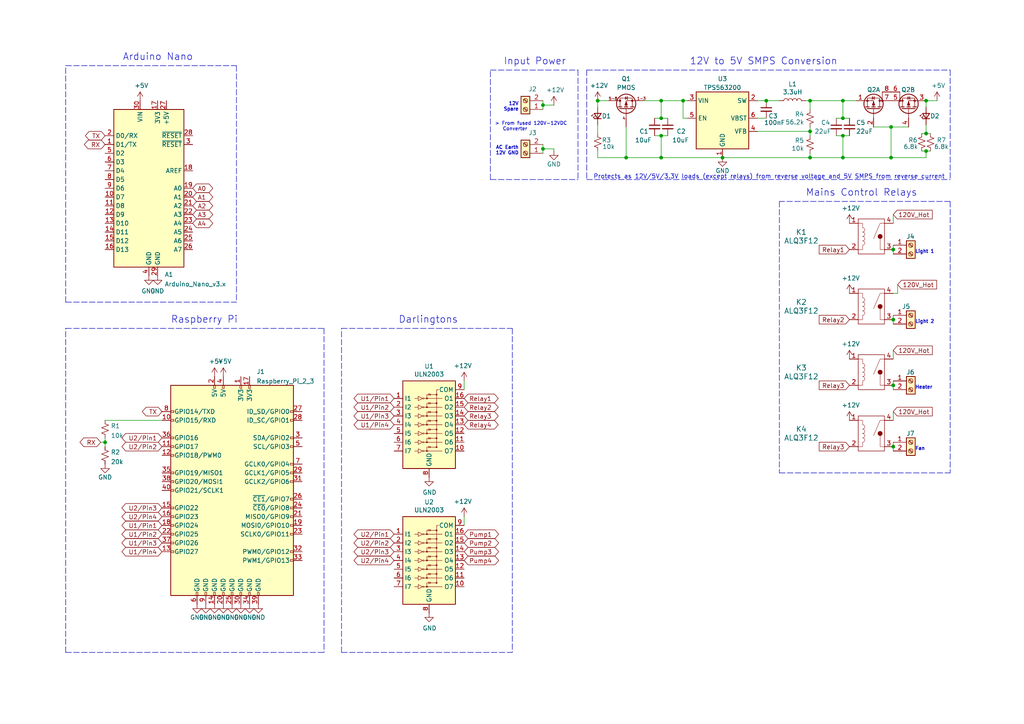
<source format=kicad_sch>
(kicad_sch (version 20211123) (generator eeschema)
  (paper "A4")
  (lib_symbols
    (symbol "Connector:Raspberry_Pi_2_3" (pin_names (offset 1.016))
      (property "Reference" "J" (at -17.78 31.75 0))
      (property "Value" "Raspberry_Pi_2_3" (at 10.16 -31.75 0))
      (symbol "Raspberry_Pi_2_3_1_1"
        (pin power_in line (at 2.54 33.02 270) (length 2.54) (name "3V3") (number "1"))
        (pin bidirectional line (at -20.32 20.32 0) (length 2.54) (name "GPIO15/RXD") (number "10"))
        (pin bidirectional line (at -20.32 12.7 0) (length 2.54) (name "GPIO17") (number "11"))
        (pin bidirectional line (at -20.32 10.16 0) (length 2.54) (name "GPIO18/PWM0") (number "12"))
        (pin bidirectional line (at -20.32 -17.78 0) (length 2.54) (name "GPIO27") (number "13"))
        (pin power_in line (at -5.08 -33.02 90) (length 2.54) (name "GND") (number "14"))
        (pin bidirectional line (at -20.32 -5.08 0) (length 2.54) (name "GPIO22") (number "15"))
        (pin bidirectional line (at -20.32 -7.62 0) (length 2.54) (name "GPIO23") (number "16"))
        (pin power_in line (at 5.08 33.02 270) (length 2.54) (name "3V3") (number "17"))
        (pin bidirectional line (at -20.32 -10.16 0) (length 2.54) (name "GPIO24") (number "18"))
        (pin bidirectional line (at 20.32 -10.16 180) (length 2.54) (name "MOSI0/GPIO10") (number "19"))
        (pin power_in line (at -5.08 33.02 270) (length 2.54) (name "5V") (number "2"))
        (pin power_in line (at -2.54 -33.02 90) (length 2.54) (name "GND") (number "20"))
        (pin bidirectional line (at 20.32 -7.62 180) (length 2.54) (name "MISO0/GPIO9") (number "21"))
        (pin bidirectional line (at -20.32 -12.7 0) (length 2.54) (name "GPIO25") (number "22"))
        (pin bidirectional line (at 20.32 -12.7 180) (length 2.54) (name "SCLK0/GPIO11") (number "23"))
        (pin bidirectional line (at 20.32 -5.08 180) (length 2.54) (name "~{CE0}/GPIO8") (number "24"))
        (pin power_in line (at 0 -33.02 90) (length 2.54) (name "GND") (number "25"))
        (pin bidirectional line (at 20.32 -2.54 180) (length 2.54) (name "~{CE1}/GPIO7") (number "26"))
        (pin bidirectional line (at 20.32 22.86 180) (length 2.54) (name "ID_SD/GPIO0") (number "27"))
        (pin bidirectional line (at 20.32 20.32 180) (length 2.54) (name "ID_SC/GPIO1") (number "28"))
        (pin bidirectional line (at 20.32 5.08 180) (length 2.54) (name "GCLK1/GPIO5") (number "29"))
        (pin bidirectional line (at 20.32 15.24 180) (length 2.54) (name "SDA/GPIO2") (number "3"))
        (pin power_in line (at 2.54 -33.02 90) (length 2.54) (name "GND") (number "30"))
        (pin bidirectional line (at 20.32 2.54 180) (length 2.54) (name "GCLK2/GPIO6") (number "31"))
        (pin bidirectional line (at 20.32 -17.78 180) (length 2.54) (name "PWM0/GPIO12") (number "32"))
        (pin bidirectional line (at 20.32 -20.32 180) (length 2.54) (name "PWM1/GPIO13") (number "33"))
        (pin power_in line (at 5.08 -33.02 90) (length 2.54) (name "GND") (number "34"))
        (pin bidirectional line (at -20.32 5.08 0) (length 2.54) (name "GPIO19/MISO1") (number "35"))
        (pin bidirectional line (at -20.32 15.24 0) (length 2.54) (name "GPIO16") (number "36"))
        (pin bidirectional line (at -20.32 -15.24 0) (length 2.54) (name "GPIO26") (number "37"))
        (pin bidirectional line (at -20.32 2.54 0) (length 2.54) (name "GPIO20/MOSI1") (number "38"))
        (pin power_in line (at 7.62 -33.02 90) (length 2.54) (name "GND") (number "39"))
        (pin power_in line (at -2.54 33.02 270) (length 2.54) (name "5V") (number "4"))
        (pin bidirectional line (at -20.32 0 0) (length 2.54) (name "GPIO21/SCLK1") (number "40"))
        (pin bidirectional line (at 20.32 12.7 180) (length 2.54) (name "SCL/GPIO3") (number "5"))
        (pin power_in line (at -10.16 -33.02 90) (length 2.54) (name "GND") (number "6"))
        (pin bidirectional line (at 20.32 7.62 180) (length 2.54) (name "GCLK0/GPIO4") (number "7"))
        (pin bidirectional line (at -20.32 22.86 0) (length 2.54) (name "GPIO14/TXD") (number "8"))
        (pin power_in line (at -7.62 -33.02 90) (length 2.54) (name "GND") (number "9"))
      )
    )
    (symbol "Connector:Screw_Terminal_01x02" (pin_names (offset 1.016) hide)
      (property "Reference" "J" (at 0 2.54 0))
      (property "Value" "Connector_Screw_Terminal_01x02" (at 0 -5.08 0))
      (symbol "Screw_Terminal_01x02_1_1"
        (pin passive line (at -5.08 0 0) (length 3.81) (name "Pin_1") (number "1"))
        (pin passive line (at -5.08 -2.54 0) (length 3.81) (name "Pin_2") (number "2"))
      )
    )
    (symbol "Device:LED_Small" (pin_numbers hide) (pin_names (offset 0.254) hide)
      (property "Reference" "D" (at -1.27 3.175 0))
      (property "Value" "Device_LED_Small" (at -4.445 -2.54 0))
      (symbol "LED_Small_1_1"
        (pin passive line (at -2.54 0 0) (length 1.778) (name "K") (number "1"))
        (pin passive line (at 2.54 0 180) (length 1.778) (name "A") (number "2"))
      )
    )
    (symbol "Device:Q_Dual_PMOS_S1G1S2G2D2D2D1D1" (pin_names (offset 0) hide)
      (property "Reference" "Q" (at 6.35 1.27 0))
      (property "Value" "Device_Q_Dual_PMOS_S1G1S2G2D2D2D1D1" (at 21.59 -1.27 0))
      (symbol "Q_Dual_PMOS_S1G1S2G2D2D2D1D1_1_1"
        (pin passive line (at 2.54 -5.08 90) (length 2.54) (name "S") (number "1"))
        (pin input line (at -5.08 0 0) (length 2.54) (name "G") (number "2"))
        (pin passive line (at 2.54 5.08 270) (length 2.54) (name "D") (number "7"))
        (pin passive line (at 5.08 5.08 270) (length 2.54) (name "G") (number "8"))
      )
      (symbol "Q_Dual_PMOS_S1G1S2G2D2D2D1D1_2_1"
        (pin passive line (at 2.54 -5.08 90) (length 2.54) (name "S") (number "3"))
        (pin input line (at -5.08 0 0) (length 2.54) (name "G") (number "4"))
        (pin passive line (at 2.54 5.08 270) (length 2.54) (name "D") (number "5"))
        (pin passive line (at 5.08 5.08 270) (length 2.54) (name "G") (number "6"))
      )
    )
    (symbol "Device:R_Small_US" (pin_numbers hide) (pin_names (offset 0.254) hide)
      (property "Reference" "R" (at 0.762 0.508 0))
      (property "Value" "Device_R_Small_US" (at 0.762 -1.016 0))
      (symbol "R_Small_US_1_1"
        (pin passive line (at 0 2.54 270) (length 1.016) (name "~") (number "1"))
        (pin passive line (at 0 -2.54 90) (length 1.016) (name "~") (number "2"))
      )
    )
    (symbol "MCU_Module:Arduino_Nano_v3.x"
      (property "Reference" "A" (at -10.16 23.495 0))
      (property "Value" "Arduino_Nano_v3.x" (at 5.08 -24.13 0))
      (symbol "Arduino_Nano_v3.x_1_1"
        (pin bidirectional line (at -12.7 12.7 0) (length 2.54) (name "D1/TX") (number "1"))
        (pin bidirectional line (at -12.7 -2.54 0) (length 2.54) (name "D7") (number "10"))
        (pin bidirectional line (at -12.7 -5.08 0) (length 2.54) (name "D8") (number "11"))
        (pin bidirectional line (at -12.7 -7.62 0) (length 2.54) (name "D9") (number "12"))
        (pin bidirectional line (at -12.7 -10.16 0) (length 2.54) (name "D10") (number "13"))
        (pin bidirectional line (at -12.7 -12.7 0) (length 2.54) (name "D11") (number "14"))
        (pin bidirectional line (at -12.7 -15.24 0) (length 2.54) (name "D12") (number "15"))
        (pin bidirectional line (at -12.7 -17.78 0) (length 2.54) (name "D13") (number "16"))
        (pin power_out line (at 2.54 25.4 270) (length 2.54) (name "3V3") (number "17"))
        (pin input line (at 12.7 5.08 180) (length 2.54) (name "AREF") (number "18"))
        (pin bidirectional line (at 12.7 0 180) (length 2.54) (name "A0") (number "19"))
        (pin bidirectional line (at -12.7 15.24 0) (length 2.54) (name "D0/RX") (number "2"))
        (pin bidirectional line (at 12.7 -2.54 180) (length 2.54) (name "A1") (number "20"))
        (pin bidirectional line (at 12.7 -5.08 180) (length 2.54) (name "A2") (number "21"))
        (pin bidirectional line (at 12.7 -7.62 180) (length 2.54) (name "A3") (number "22"))
        (pin bidirectional line (at 12.7 -10.16 180) (length 2.54) (name "A4") (number "23"))
        (pin bidirectional line (at 12.7 -12.7 180) (length 2.54) (name "A5") (number "24"))
        (pin bidirectional line (at 12.7 -15.24 180) (length 2.54) (name "A6") (number "25"))
        (pin bidirectional line (at 12.7 -17.78 180) (length 2.54) (name "A7") (number "26"))
        (pin power_out line (at 5.08 25.4 270) (length 2.54) (name "+5V") (number "27"))
        (pin input line (at 12.7 15.24 180) (length 2.54) (name "~{RESET}") (number "28"))
        (pin power_in line (at 2.54 -25.4 90) (length 2.54) (name "GND") (number "29"))
        (pin input line (at 12.7 12.7 180) (length 2.54) (name "~{RESET}") (number "3"))
        (pin power_in line (at -2.54 25.4 270) (length 2.54) (name "VIN") (number "30"))
        (pin power_in line (at 0 -25.4 90) (length 2.54) (name "GND") (number "4"))
        (pin bidirectional line (at -12.7 10.16 0) (length 2.54) (name "D2") (number "5"))
        (pin bidirectional line (at -12.7 7.62 0) (length 2.54) (name "D3") (number "6"))
        (pin bidirectional line (at -12.7 5.08 0) (length 2.54) (name "D4") (number "7"))
        (pin bidirectional line (at -12.7 2.54 0) (length 2.54) (name "D5") (number "8"))
        (pin bidirectional line (at -12.7 0 0) (length 2.54) (name "D6") (number "9"))
      )
    )
    (symbol "OzoneController-rescue:ALQ3F12-ALQ3F12-OzoneController-rescue" (pin_names (offset 0.254) hide)
      (property "Reference" "K" (at 0 12.065 0))
      (property "Value" "ALQ3F12-ALQ3F12-OzoneController-rescue" (at 0 9.525 0))
      (symbol "ALQ3F12-ALQ3F12-OzoneController-rescue_1_1"
        (pin power_in line (at -6.35 3.81 0) (length 2.54) (name "Coil") (number "1"))
        (pin power_in line (at -6.35 -3.81 0) (length 2.54) (name "Coil") (number "2"))
        (pin power_out line (at 6.35 -3.81 180) (length 2.54) (name "NO") (number "3"))
        (pin power_in line (at 6.35 3.81 180) (length 2.54) (name "COM") (number "4"))
      )
    )
    (symbol "OzoneController-rescue:C_Small-Device-OzoneController-rescue" (pin_numbers hide) (pin_names (offset 0.254) hide)
      (property "Reference" "C" (at 0.254 1.778 0))
      (property "Value" "OzoneController-rescue_C_Small-Device-OzoneController-rescue" (at 0.254 -2.032 0))
      (symbol "C_Small-Device-OzoneController-rescue_1_1"
        (pin passive line (at 0 2.54 270) (length 2.032) (name "~") (number "1"))
        (pin passive line (at 0 -2.54 90) (length 2.032) (name "~") (number "2"))
      )
    )
    (symbol "OzoneController-rescue:GND-power-OzoneController-rescue" (power) (pin_names (offset 0))
      (property "Value" "OzoneController-rescue_GND-power-OzoneController-rescue" (at 0 -3.81 0))
      (symbol "GND-power-OzoneController-rescue_1_1"
        (pin power_in line (at 0 0 270) (length 0) hide (name "GND") (number "1"))
      )
    )
    (symbol "OzoneController-rescue:L-Device-OzoneController-rescue" (pin_numbers hide) (pin_names (offset 1.016) hide)
      (property "Reference" "L" (at -1.27 0 90))
      (property "Value" "OzoneController-rescue_L-Device-OzoneController-rescue" (at 1.905 0 90))
      (symbol "L-Device-OzoneController-rescue_1_1"
        (pin passive line (at 0 3.81 270) (length 1.27) (name "1") (number "1"))
        (pin passive line (at 0 -3.81 90) (length 1.27) (name "2") (number "2"))
      )
    )
    (symbol "OzoneController-rescue:ULN2003-Transistor_Array-OzoneController-rescue"
      (property "Reference" "U" (at 0 15.875 0))
      (property "Value" "ULN2003-Transistor_Array-OzoneController-rescue" (at 0 13.97 0))
      (symbol "ULN2003-Transistor_Array-OzoneController-rescue_1_1"
        (pin input line (at -10.16 7.62 0) (length 2.54) (name "I1") (number "1"))
        (pin open_collector line (at 10.16 -7.62 180) (length 2.54) (name "O7") (number "10"))
        (pin open_collector line (at 10.16 -5.08 180) (length 2.54) (name "O6") (number "11"))
        (pin open_collector line (at 10.16 -2.54 180) (length 2.54) (name "O5") (number "12"))
        (pin open_collector line (at 10.16 0 180) (length 2.54) (name "O4") (number "13"))
        (pin open_collector line (at 10.16 2.54 180) (length 2.54) (name "O3") (number "14"))
        (pin open_collector line (at 10.16 5.08 180) (length 2.54) (name "O2") (number "15"))
        (pin open_collector line (at 10.16 7.62 180) (length 2.54) (name "O1") (number "16"))
        (pin input line (at -10.16 5.08 0) (length 2.54) (name "I2") (number "2"))
        (pin input line (at -10.16 2.54 0) (length 2.54) (name "I3") (number "3"))
        (pin input line (at -10.16 0 0) (length 2.54) (name "I4") (number "4"))
        (pin input line (at -10.16 -2.54 0) (length 2.54) (name "I5") (number "5"))
        (pin input line (at -10.16 -5.08 0) (length 2.54) (name "I6") (number "6"))
        (pin input line (at -10.16 -7.62 0) (length 2.54) (name "I7") (number "7"))
        (pin power_in line (at 0 -15.24 90) (length 2.54) (name "GND") (number "8"))
        (pin passive line (at 10.16 10.16 180) (length 2.54) (name "COM") (number "9"))
      )
    )
    (symbol "Project_Library:PMOS_AO4407A" (pin_names (offset 0) hide)
      (property "Reference" "Q" (at -1.27 2.54 90))
      (property "Value" "Project_Library_PMOS_AO4407A" (at 1.27 2.54 90))
      (symbol "PMOS_AO4407A_0_0"
        (text "1-3" (at 4.445 0.635 0) (effects (font (size 0.7874 0.7874))))
        (text "4" (at -0.635 -5.08 0) (effects (font (size 0.7874 0.7874))))
        (text "5-8" (at -3.81 0.635 0) (effects (font (size 0.7874 0.7874))))
      )
      (symbol "PMOS_AO4407A_1_1"
        (pin passive line (at 5.08 0 180) (length 2.54) hide (name "D") (number "1"))
        (pin passive line (at 5.08 0 180) (length 2.54) hide (name "G") (number "2"))
        (pin passive line (at 5.08 0 180) (length 2.54) (name "eS") (number "3"))
        (pin input line (at 0 -7.62 90) (length 2.54) (name "~") (number "4"))
        (pin passive line (at -5.08 0 0) (length 2.54) (name "~") (number "5"))
        (pin passive line (at -5.08 0 0) (length 2.54) hide (name "~") (number "6"))
        (pin passive line (at -5.08 0 0) (length 2.54) hide (name "~") (number "7"))
        (pin passive line (at -5.08 0 0) (length 2.54) hide (name "~") (number "8"))
      )
    )
    (symbol "R_Small_US_1" (pin_numbers hide) (pin_names (offset 0.254) hide)
      (property "Reference" "R" (at 0.762 0.508 0))
      (property "Value" "R_Small_US_1" (at 0.762 -1.016 0))
      (symbol "R_Small_US_1_1_1"
        (pin passive line (at 0 2.54 270) (length 1.016) (name "~") (number "1"))
        (pin passive line (at 0 -2.54 90) (length 1.016) (name "~") (number "2"))
      )
    )
    (symbol "Regulator_Switching:TPS563200"
      (property "Reference" "U" (at -7.62 8.89 0))
      (property "Value" "Regulator_Switching_TPS563200" (at -2.54 8.89 0))
      (symbol "TPS563200_1_1"
        (pin power_in line (at 0 -11.43 90) (length 2.54) (name "GND") (number "1"))
        (pin output line (at 10.16 5.08 180) (length 2.54) (name "SW") (number "2"))
        (pin power_in line (at -10.16 5.08 0) (length 2.54) (name "VIN") (number "3"))
        (pin input line (at 10.16 -3.81 180) (length 2.54) (name "VFB") (number "4"))
        (pin input line (at -10.16 0 0) (length 2.54) (name "EN") (number "5"))
        (pin passive line (at 10.16 0 180) (length 2.54) (name "VBST") (number "6"))
      )
    )
    (symbol "power:+12V" (power) (pin_names (offset 0))
      (property "Value" "power_+12V" (at 0 3.556 0))
      (symbol "+12V_1_1"
        (pin power_in line (at 0 0 90) (length 0) hide (name "+12V") (number "1"))
      )
    )
    (symbol "power:+5V" (power) (pin_names (offset 0))
      (property "Value" "power_+5V" (at 0 3.556 0))
      (symbol "+5V_1_1"
        (pin power_in line (at 0 0 90) (length 0) hide (name "+5V") (number "1"))
      )
    )
  )
  (junction (at 222.25 29.21))
  (junction (at 258.445 45.72))
  (junction (at 191.77 34.29))
  (junction (at 181.61 45.72))
  (junction (at 259.08 111.76))
  (junction (at 259.08 129.54))
  (junction (at 244.475 39.37))
  (junction (at 259.08 92.71))
  (junction (at 209.55 45.72))
  (junction (at 157.48 30.48))
  (junction (at 268.605 43.815))
  (junction (at 198.12 29.21))
  (junction (at 191.77 39.37))
  (junction (at 234.95 29.21))
  (junction (at 191.77 29.21))
  (junction (at 234.95 45.72))
  (junction (at 234.95 38.1))
  (junction (at 30.48 128.27))
  (junction (at 244.475 29.21))
  (junction (at 173.355 29.21))
  (junction (at 244.475 45.72))
  (junction (at 157.48 43.18))
  (junction (at 191.77 45.72))
  (junction (at 268.605 29.21))
  (junction (at 258.445 36.83))
  (junction (at 259.08 72.39))
  (junction (at 244.475 34.29))
  (junction (at 268.605 38.735))
  (polyline (pts (xy 19.05 19.05) (xy 68.58 19.05)))
  (wire (pts (xy 173.355 43.815) (xy 173.355 45.72)))
  (wire (pts (xy 253.365 36.83) (xy 258.445 36.83)))
  (wire (pts (xy 173.355 38.735) (xy 173.355 36.195)))
  (wire (pts (xy 234.95 39.37) (xy 234.95 38.1)))
  (wire (pts (xy 268.605 38.735) (xy 269.875 38.735)))
  (polyline (pts (xy 19.05 87.63) (xy 68.58 87.63)))
  (polyline (pts (xy 19.05 95.25) (xy 93.98 95.25)))
  (polyline (pts (xy 226.06 58.42) (xy 226.06 137.16)))
  (wire (pts (xy 268.605 29.21) (xy 268.605 31.115)))
  (wire (pts (xy 244.475 45.72) (xy 258.445 45.72)))
  (wire (pts (xy 242.57 39.37) (xy 244.475 39.37)))
  (wire (pts (xy 259.08 71.12) (xy 259.08 72.39)))
  (wire (pts (xy 181.61 36.83) (xy 181.61 45.72)))
  (wire (pts (xy 234.95 38.1) (xy 234.95 36.83)))
  (polyline (pts (xy 142.24 52.07) (xy 142.24 20.32)))
  (wire (pts (xy 259.08 129.54) (xy 259.08 130.81)))
  (wire (pts (xy 219.71 34.29) (xy 222.25 34.29)))
  (wire (pts (xy 209.55 45.72) (xy 234.95 45.72)))
  (wire (pts (xy 198.12 34.29) (xy 198.12 29.21)))
  (polyline (pts (xy 68.58 19.05) (xy 68.58 87.63)))
  (wire (pts (xy 234.95 45.72) (xy 244.475 45.72)))
  (polyline (pts (xy 167.64 20.32) (xy 167.64 52.07)))
  (wire (pts (xy 258.445 45.72) (xy 268.605 45.72)))
  (wire (pts (xy 134.62 110.49) (xy 134.62 113.03)))
  (polyline (pts (xy 19.05 87.63) (xy 19.05 19.05)))
  (polyline (pts (xy 19.05 189.23) (xy 93.98 189.23)))
  (polyline (pts (xy 170.18 20.32) (xy 275.59 20.32)))
  (polyline (pts (xy 170.18 20.32) (xy 170.18 52.07)))
  (wire (pts (xy 191.77 39.37) (xy 193.675 39.37)))
  (wire (pts (xy 259.08 110.49) (xy 259.08 111.76)))
  (wire (pts (xy 199.39 34.29) (xy 198.12 34.29)))
  (wire (pts (xy 181.61 45.72) (xy 191.77 45.72)))
  (wire (pts (xy 191.77 29.21) (xy 198.12 29.21)))
  (wire (pts (xy 259.08 92.71) (xy 259.08 93.98)))
  (polyline (pts (xy 170.18 52.07) (xy 275.59 52.07)))
  (wire (pts (xy 30.48 129.54) (xy 30.48 128.27)))
  (wire (pts (xy 258.445 36.83) (xy 258.445 45.72)))
  (wire (pts (xy 268.605 36.195) (xy 268.605 38.735)))
  (wire (pts (xy 259.08 72.39) (xy 259.08 73.66)))
  (polyline (pts (xy 99.06 95.25) (xy 148.59 95.25)))
  (wire (pts (xy 30.48 121.92) (xy 46.99 121.92)))
  (wire (pts (xy 234.95 44.45) (xy 234.95 45.72)))
  (wire (pts (xy 191.77 34.29) (xy 193.675 34.29)))
  (wire (pts (xy 244.475 29.21) (xy 244.475 34.29)))
  (wire (pts (xy 189.865 39.37) (xy 191.77 39.37)))
  (polyline (pts (xy 148.59 95.25) (xy 148.59 189.23)))
  (polyline (pts (xy 93.98 95.25) (xy 93.98 189.23)))
  (wire (pts (xy 267.335 38.735) (xy 268.605 38.735)))
  (polyline (pts (xy 99.06 189.23) (xy 99.06 95.25)))
  (wire (pts (xy 268.605 43.815) (xy 269.875 43.815)))
  (wire (pts (xy 259.08 119.38) (xy 259.08 121.92)))
  (wire (pts (xy 267.335 43.815) (xy 268.605 43.815)))
  (wire (pts (xy 233.68 29.21) (xy 234.95 29.21)))
  (wire (pts (xy 191.77 34.29) (xy 191.77 29.21)))
  (wire (pts (xy 173.355 45.72) (xy 181.61 45.72)))
  (wire (pts (xy 173.355 29.21) (xy 173.355 31.115)))
  (wire (pts (xy 259.08 111.76) (xy 259.08 113.03)))
  (wire (pts (xy 191.77 39.37) (xy 191.77 45.72)))
  (wire (pts (xy 268.605 29.21) (xy 271.78 29.21)))
  (wire (pts (xy 189.865 34.29) (xy 191.77 34.29)))
  (wire (pts (xy 160.655 43.815) (xy 160.655 43.18)))
  (wire (pts (xy 222.25 29.21) (xy 226.06 29.21)))
  (wire (pts (xy 30.48 127) (xy 30.48 128.27)))
  (wire (pts (xy 244.475 39.37) (xy 244.475 45.72)))
  (wire (pts (xy 259.08 91.44) (xy 259.08 92.71)))
  (wire (pts (xy 134.62 149.86) (xy 134.62 152.4)))
  (wire (pts (xy 198.12 29.21) (xy 199.39 29.21)))
  (polyline (pts (xy 275.59 58.42) (xy 275.59 137.16)))
  (polyline (pts (xy 275.59 20.32) (xy 275.59 52.07)))
  (wire (pts (xy 219.71 38.1) (xy 234.95 38.1)))
  (wire (pts (xy 173.355 29.21) (xy 176.53 29.21)))
  (wire (pts (xy 259.08 62.23) (xy 259.08 64.77)))
  (wire (pts (xy 157.48 43.18) (xy 160.655 43.18)))
  (wire (pts (xy 157.48 31.75) (xy 157.48 30.48)))
  (wire (pts (xy 157.48 43.18) (xy 157.48 44.45)))
  (polyline (pts (xy 226.06 137.16) (xy 275.59 137.16)))
  (wire (pts (xy 244.475 34.29) (xy 246.38 34.29)))
  (wire (pts (xy 258.445 36.83) (xy 263.525 36.83)))
  (wire (pts (xy 29.21 128.27) (xy 30.48 128.27)))
  (wire (pts (xy 244.475 29.21) (xy 248.285 29.21)))
  (wire (pts (xy 259.08 101.6) (xy 259.08 104.14)))
  (wire (pts (xy 219.71 29.21) (xy 222.25 29.21)))
  (wire (pts (xy 157.48 41.91) (xy 157.48 43.18)))
  (wire (pts (xy 191.77 45.72) (xy 209.55 45.72)))
  (wire (pts (xy 234.95 29.21) (xy 234.95 31.75)))
  (wire (pts (xy 244.475 39.37) (xy 246.38 39.37)))
  (wire (pts (xy 259.08 128.27) (xy 259.08 129.54)))
  (wire (pts (xy 157.48 30.48) (xy 157.48 29.21)))
  (polyline (pts (xy 142.24 52.07) (xy 167.64 52.07)))
  (wire (pts (xy 157.48 30.48) (xy 160.655 30.48)))
  (wire (pts (xy 259.08 85.09) (xy 260.35 85.09)))
  (wire (pts (xy 186.69 29.21) (xy 191.77 29.21)))
  (polyline (pts (xy 142.24 20.32) (xy 167.64 20.32)))
  (wire (pts (xy 242.57 34.29) (xy 244.475 34.29)))
  (wire (pts (xy 260.35 82.55) (xy 260.35 85.09)))
  (wire (pts (xy 234.95 29.21) (xy 244.475 29.21)))
  (polyline (pts (xy 99.06 189.23) (xy 148.59 189.23)))
  (polyline (pts (xy 275.59 58.42) (xy 226.06 58.42)))
  (polyline (pts (xy 19.05 189.23) (xy 19.05 95.25)))
  (wire (pts (xy 268.605 43.815) (xy 268.605 45.72)))
  (text "Protects as 12V/5V/3.3V loads (except relays) from reverse voltage and 5V SMPS from reverse current" (at 172.085 52.07 0) (effects (font (size 1.27 1.27)) (justify left bottom)))
  (text "Heater" (at 265.43 113.03 0) (effects (font (size 0.9906 0.9906) (thickness 0.1981) bold) (justify left bottom)))
  (text "Darlingtons" (at 115.57 93.98 0) (effects (font (size 2.0066 2.0066)) (justify left bottom)))
  (text "Light 1" (at 265.43 73.66 0) (effects (font (size 0.9906 0.9906) (thickness 0.1981) bold) (justify left bottom)))
  (text "12V\nSpare" (at 150.495 32.385 180) (effects (font (size 0.9906 0.9906) (thickness 0.1981) bold) (justify right bottom)))
  (text "Raspberry Pi" (at 49.53 93.98 0) (effects (font (size 2.0066 2.0066)) (justify left bottom)))
  (text "AC Earth\n12V GND" (at 150.495 45.085 180) (effects (font (size 0.9906 0.9906) (thickness 0.1981) bold) (justify right bottom)))
  (text "Arduino Nano" (at 35.56 17.78 0) (effects (font (size 2.0066 2.0066)) (justify left bottom)))
  (text "> From fused 120V-12VDC \n   Converter" (at 143.51 38.1 0) (effects (font (size 0.9906 0.9906)) (justify left bottom)))
  (text "12V to 5V SMPS Conversion \n" (at 200.025 19.05 0) (effects (font (size 2.0066 2.0066)) (justify left bottom)))
  (text "Input Power" (at 146.05 19.05 0) (effects (font (size 2.0066 2.0066)) (justify left bottom)))
  (text "Fan" (at 265.43 130.81 0) (effects (font (size 0.9906 0.9906) (thickness 0.1981) bold) (justify left bottom)))
  (text "Mains Control Relays\n" (at 233.68 57.15 0) (effects (font (size 2.0066 2.0066)) (justify left bottom)))
  (text "Light 2" (at 265.43 93.98 0) (effects (font (size 0.9906 0.9906) (thickness 0.1981) bold) (justify left bottom)))
  (global_label "U1{slash}Pin1" (shape bidirectional) (at 46.99 152.4 180) (property "Intersheet References" "${INTERSHEET_REFS}" (effects hide)))
  (global_label "Pump2" (shape bidirectional) (at 134.62 157.48 0) (property "Intersheet References" "${INTERSHEET_REFS}" (effects hide)))
  (global_label "Relay1" (shape input) (at 246.38 72.39 180) (property "Intersheet References" "${INTERSHEET_REFS}" (effects hide)))
  (global_label "U1{slash}Pin4" (shape bidirectional) (at 114.3 123.19 180) (property "Intersheet References" "${INTERSHEET_REFS}" (effects hide)))
  (global_label "Relay3" (shape bidirectional) (at 134.62 120.65 0) (property "Intersheet References" "${INTERSHEET_REFS}" (effects hide)))
  (global_label "Relay2" (shape input) (at 246.38 92.71 180) (property "Intersheet References" "${INTERSHEET_REFS}" (effects hide)))
  (global_label "Relay4" (shape bidirectional) (at 134.62 123.19 0) (property "Intersheet References" "${INTERSHEET_REFS}" (effects hide)))
  (global_label "U1{slash}Pin2" (shape bidirectional) (at 46.99 154.94 180) (property "Intersheet References" "${INTERSHEET_REFS}" (effects hide)))
  (global_label "A3" (shape bidirectional) (at 55.88 62.23 0) (property "Intersheet References" "${INTERSHEET_REFS}" (effects hide)))
  (global_label "120V_Hot" (shape input) (at 259.08 119.38 0) (property "Intersheet References" "${INTERSHEET_REFS}" (effects hide)))
  (global_label "Relay3" (shape input) (at 246.38 129.54 180) (property "Intersheet References" "${INTERSHEET_REFS}" (effects hide)))
  (global_label "U2{slash}Pin2" (shape bidirectional) (at 46.99 129.54 180) (property "Intersheet References" "${INTERSHEET_REFS}" (effects hide)))
  (global_label "U2{slash}Pin4" (shape bidirectional) (at 114.3 162.56 180) (property "Intersheet References" "${INTERSHEET_REFS}" (effects hide)))
  (global_label "Pump4" (shape bidirectional) (at 134.62 162.56 0) (property "Intersheet References" "${INTERSHEET_REFS}" (effects hide)))
  (global_label "A2" (shape bidirectional) (at 55.88 59.69 0) (property "Intersheet References" "${INTERSHEET_REFS}" (effects hide)))
  (global_label "RX" (shape bidirectional) (at 29.21 128.27 180) (property "Intersheet References" "${INTERSHEET_REFS}" (effects hide)))
  (global_label "U2{slash}Pin3" (shape bidirectional) (at 46.99 147.32 180) (property "Intersheet References" "${INTERSHEET_REFS}" (effects hide)))
  (global_label "U2{slash}Pin4" (shape bidirectional) (at 46.99 149.86 180) (property "Intersheet References" "${INTERSHEET_REFS}" (effects hide)))
  (global_label "U2{slash}Pin1" (shape bidirectional) (at 114.3 154.94 180) (property "Intersheet References" "${INTERSHEET_REFS}" (effects hide)))
  (global_label "U2{slash}Pin1" (shape bidirectional) (at 46.99 127 180) (property "Intersheet References" "${INTERSHEET_REFS}" (effects hide)))
  (global_label "Pump3" (shape bidirectional) (at 134.62 160.02 0) (property "Intersheet References" "${INTERSHEET_REFS}" (effects hide)))
  (global_label "U2{slash}Pin3" (shape bidirectional) (at 114.3 160.02 180) (property "Intersheet References" "${INTERSHEET_REFS}" (effects hide)))
  (global_label "TX" (shape bidirectional) (at 30.48 39.37 180) (property "Intersheet References" "${INTERSHEET_REFS}" (effects hide)))
  (global_label "120V_Hot" (shape input) (at 260.35 82.55 0) (property "Intersheet References" "${INTERSHEET_REFS}" (effects hide)))
  (global_label "120V_Hot" (shape input) (at 259.08 62.23 0) (property "Intersheet References" "${INTERSHEET_REFS}" (effects hide)))
  (global_label "A0" (shape bidirectional) (at 55.88 54.61 0) (property "Intersheet References" "${INTERSHEET_REFS}" (effects hide)))
  (global_label "U1{slash}Pin3" (shape bidirectional) (at 114.3 120.65 180) (property "Intersheet References" "${INTERSHEET_REFS}" (effects hide)))
  (global_label "TX" (shape bidirectional) (at 46.99 119.38 180) (property "Intersheet References" "${INTERSHEET_REFS}" (effects hide)))
  (global_label "U2{slash}Pin2" (shape bidirectional) (at 114.3 157.48 180) (property "Intersheet References" "${INTERSHEET_REFS}" (effects hide)))
  (global_label "A4" (shape bidirectional) (at 55.88 64.77 0) (property "Intersheet References" "${INTERSHEET_REFS}" (effects hide)))
  (global_label "U1{slash}Pin1" (shape bidirectional) (at 114.3 115.57 180) (property "Intersheet References" "${INTERSHEET_REFS}" (effects hide)))
  (global_label "U1{slash}Pin3" (shape bidirectional) (at 46.99 157.48 180) (property "Intersheet References" "${INTERSHEET_REFS}" (effects hide)))
  (global_label "Relay1" (shape bidirectional) (at 134.62 115.57 0) (property "Intersheet References" "${INTERSHEET_REFS}" (effects hide)))
  (global_label "Pump1" (shape bidirectional) (at 134.62 154.94 0) (property "Intersheet References" "${INTERSHEET_REFS}" (effects hide)))
  (global_label "Relay2" (shape bidirectional) (at 134.62 118.11 0) (property "Intersheet References" "${INTERSHEET_REFS}" (effects hide)))
  (global_label "A1" (shape bidirectional) (at 55.88 57.15 0) (property "Intersheet References" "${INTERSHEET_REFS}" (effects hide)))
  (global_label "120V_Hot" (shape input) (at 259.08 101.6 0) (property "Intersheet References" "${INTERSHEET_REFS}" (effects hide)))
  (global_label "U1{slash}Pin2" (shape bidirectional) (at 114.3 118.11 180) (property "Intersheet References" "${INTERSHEET_REFS}" (effects hide)))
  (global_label "Relay3" (shape input) (at 246.38 111.76 180) (property "Intersheet References" "${INTERSHEET_REFS}" (effects hide)))
  (global_label "RX" (shape bidirectional) (at 30.48 41.91 180) (property "Intersheet References" "${INTERSHEET_REFS}" (effects hide)))
  (global_label "U1{slash}Pin4" (shape bidirectional) (at 46.99 160.02 180) (property "Intersheet References" "${INTERSHEET_REFS}" (effects hide)))
  (symbol (lib_id "OzoneController-rescue:GND-power-OzoneController-rescue") (at 67.31 175.26 0) (unit 1)
    (property "Reference" "#PWR0118" (effects hide))
    (property "Value" "GND" (at 67.31 179.07 0))
  )
  (symbol (lib_id "Regulator_Switching:TPS563200") (at 209.55 34.29 0) (unit 1)
    (property "Reference" "U3" (at 209.55 22.86 0))
    (property "Value" "TPS563200" (at 209.55 25.4 0))
    (property "Footprint" "Package_TO_SOT_SMD:SOT-23-6" (effects hide))
    (property "Datasheet" "http://www.ti.com/lit/ds/symlink/tps563200.pdf" (effects hide))
    (property "LCSC PN" "C116592" (effects hide))
    (property "Link" "https://lcsc.com/product-detail/DC-DC-Converters_Texas-Instruments-TPS563201DDCR_C116592.html" (effects hide))
    (property "MFG PN" "TPS563201DDCR" (effects hide))
  )
  (symbol (lib_id "Connector:Screw_Terminal_01x02") (at 264.16 91.44 0) (unit 1)
    (property "Reference" "J5" (at 261.62 88.9 0) (effects (justify left)))
    (property "Value" "Term_01x02" (effects hide))
    (property "Footprint" "1792863-2term_power:1792863" (effects hide))
    (property "LCSC PN" "-" (effects hide))
    (property "Link" "https://www.mouser.com/ProductDetail/Phoenix-Contact/1792863/?qs=%2Fha2pyFaduiDgg9ohjy9prtzynwOgSa5cEekiNyrqxg%3D" (effects hide))
    (property "MFG PN" "1792863" (effects hide))
  )
  (symbol (lib_id "power:+5V") (at 40.64 29.21 0) (unit 1)
    (property "Reference" "#PWR0108" (effects hide))
    (property "Value" "+5V" (at 41.021 24.8158 0))
  )
  (symbol (lib_id "Device:R_Small_US") (at 267.335 41.275 0) (mirror x) (unit 1)
    (property "Reference" "R6" (at 264.795 40.64 0))
    (property "Value" "6.8k" (at 264.16 42.545 0))
    (property "Footprint" "Resistor_SMD:R_0402_1005Metric" (effects hide))
  )
  (symbol (lib_name "R_Small_US_1") (lib_id "Device:R_Small_US") (at 30.48 132.08 0) (unit 1)
    (property "Reference" "R2" (at 32.131 131.1715 0) (effects (justify left)))
    (property "Value" "20k" (at 32.131 133.9466 0) (effects (justify left)))
    (property "Footprint" "Resistor_SMD:R_0402_1005Metric_Pad0.72x0.64mm_HandSolder" (effects hide))
  )
  (symbol (lib_id "OzoneController-rescue:GND-power-OzoneController-rescue") (at 72.39 175.26 0) (unit 1)
    (property "Reference" "#PWR0115" (effects hide))
    (property "Value" "GND" (at 72.39 179.07 0))
  )
  (symbol (lib_id "OzoneController-rescue:GND-power-OzoneController-rescue") (at 57.15 175.26 0) (unit 1)
    (property "Reference" "#PWR0113" (effects hide))
    (property "Value" "GND" (at 57.15 179.07 0))
  )
  (symbol (lib_id "OzoneController-rescue:ALQ3F12-ALQ3F12-OzoneController-rescue") (at 252.73 125.73 0) (unit 1)
    (property "Reference" "K4" (at 232.41 124.46 0) (effects (font (size 1.524 1.524))))
    (property "Value" "ALQ3F12" (at 232.41 127 0) (effects (font (size 1.524 1.524))))
    (property "Footprint" "ALQ3F12:ALQ3F12" (effects hide))
    (property "LCSC PN" "-" (effects hide))
    (property "Link" "https://www.mouser.com/ProductDetail/Omron-Electronics/G5Q-1A4-DC12?qs=pWf36BUtxBgkyTKYzHU%2F3Q%3D%3D" (effects hide))
    (property "MFG PN" "G5Q-1A4-DC12" (effects hide))
  )
  (symbol (lib_id "Device:R_Small_US") (at 234.95 34.29 0) (mirror x) (unit 1)
    (property "Reference" "R4" (at 233.2482 33.1216 0) (effects (justify right)))
    (property "Value" "56.2k" (at 233.2482 35.433 0) (effects (justify right)))
    (property "Footprint" "Resistor_SMD:R_0402_1005Metric" (effects hide))
    (property "LCSC PN" "C54968" (effects hide))
    (property "Link" "https://lcsc.com/product-detail/Chip-Resistor-Surface-Mount_UNI-ROYAL-Uniroyal-Elec-0402WGF1002TCE_C25744.html" (effects hide))
    (property "MFG PN" "0402WGF5622TCE" (effects hide))
  )
  (symbol (lib_id "Connector:Screw_Terminal_01x02") (at 264.16 110.49 0) (unit 1)
    (property "Reference" "J6" (at 262.89 107.95 0) (effects (justify left)))
    (property "Value" "Term_01x02" (effects hide))
    (property "Footprint" "1792863-2term_power:1792863" (effects hide))
    (property "LCSC PN" "-" (effects hide))
    (property "Link" "https://www.mouser.com/ProductDetail/Phoenix-Contact/1792863/?qs=%2Fha2pyFaduiDgg9ohjy9prtzynwOgSa5cEekiNyrqxg%3D" (effects hide))
    (property "MFG PN" "1792863" (effects hide))
  )
  (symbol (lib_id "Device:Q_Dual_PMOS_S1G1S2G2D2D2D1D1") (at 253.365 31.75 270) (mirror x) (unit 1)
    (property "Reference" "Q2" (at 251.46 26.035 90) (effects (justify left)))
    (property "Value" "Q_Dual_PMOS_S1G1S2G2D2D2D1D1" (effects hide))
    (property "Footprint" "Package_SO:SOP-8_3.9x4.9mm_P1.27mm" (effects hide))
    (property "LCSC PN" "C148417" (effects hide))
    (property "Link" "https://lcsc.com/product-detail/MOSFET_ON-Semiconductor-FDG6316P_C154509.html" (effects hide))
    (property "MFG PN" " WSP4807" (effects hide))
  )
  (symbol (lib_id "OzoneController-rescue:GND-power-OzoneController-rescue") (at 43.18 80.01 0) (mirror y) (unit 1)
    (property "Reference" "#PWR0106" (effects hide))
    (property "Value" "GND" (at 43.053 84.4042 0))
  )
  (symbol (lib_id "power:+5V") (at 271.78 29.21 0) (unit 1)
    (property "Reference" "#PWR0102" (effects hide))
    (property "Value" "+5V" (at 272.161 24.8158 0))
  )
  (symbol (lib_id "OzoneController-rescue:ALQ3F12-ALQ3F12-OzoneController-rescue") (at 252.73 68.58 0) (unit 1)
    (property "Reference" "K1" (at 232.41 67.31 0) (effects (font (size 1.524 1.524))))
    (property "Value" "ALQ3F12" (at 232.41 69.85 0) (effects (font (size 1.524 1.524))))
    (property "Footprint" "ALQ3F12:ALQ3F12" (effects hide))
    (property "LCSC PN" "-" (effects hide))
    (property "Link" "https://www.mouser.com/ProductDetail/Omron-Electronics/G5Q-1A4-DC12?qs=pWf36BUtxBgkyTKYzHU%2F3Q%3D%3D" (effects hide))
    (property "MFG PN" "G5Q-1A4-DC12" (effects hide))
  )
  (symbol (lib_id "power:+12V") (at 173.355 29.21 0) (unit 1)
    (property "Reference" "#PWR0103" (effects hide))
    (property "Value" "+12V" (at 173.736 24.8158 0))
  )
  (symbol (lib_id "power:+5V") (at 62.23 109.22 0) (unit 1)
    (property "Reference" "#PWR0110" (effects hide))
    (property "Value" "+5V" (at 62.611 104.8258 0))
  )
  (symbol (lib_id "power:+12V") (at 134.62 110.49 0) (mirror y) (unit 1)
    (property "Reference" "#PWR0122" (effects hide))
    (property "Value" "+12V" (at 134.239 106.0958 0))
  )
  (symbol (lib_id "OzoneController-rescue:GND-power-OzoneController-rescue") (at 74.93 175.26 0) (unit 1)
    (property "Reference" "#PWR0117" (effects hide))
    (property "Value" "GND" (at 74.93 179.07 0))
  )
  (symbol (lib_id "OzoneController-rescue:GND-power-OzoneController-rescue") (at 124.46 138.43 0) (unit 1)
    (property "Reference" "#PWR0123" (effects hide))
    (property "Value" "GND" (at 124.587 142.8242 0))
  )
  (symbol (lib_id "OzoneController-rescue:GND-power-OzoneController-rescue") (at 64.77 175.26 0) (unit 1)
    (property "Reference" "#PWR0116" (effects hide))
    (property "Value" "GND" (at 64.77 179.07 0))
  )
  (symbol (lib_id "OzoneController-rescue:C_Small-Device-OzoneController-rescue") (at 242.57 36.83 0) (unit 1)
    (property "Reference" "C4" (at 238.125 35.56 0) (effects (justify left)))
    (property "Value" "22uF" (at 236.22 38.1 0) (effects (justify left)))
    (property "Footprint" "Capacitor_SMD:C_1206_3216Metric" (effects hide))
    (property "LCSC PN" "C12891" (effects hide))
    (property "Link" "https://lcsc.com/product-detail/Multilayer-Ceramic-Capacitors-MLCC-SMD-SMT_Samsung-Electro-Mechanics-CL31A226KAHNNNE_C12891.html" (effects hide))
    (property "MFG PN" "CL31A226KAHNNNE" (effects hide))
  )
  (symbol (lib_id "OzoneController-rescue:C_Small-Device-OzoneController-rescue") (at 246.38 36.83 0) (unit 1)
    (property "Reference" "C5" (at 248.285 35.56 0) (effects (justify left)))
    (property "Value" "22uF" (at 248.285 38.1 0) (effects (justify left)))
    (property "Footprint" "Capacitor_SMD:C_1206_3216Metric" (effects hide))
    (property "LCSC PN" "C12891" (effects hide))
    (property "Link" "https://lcsc.com/product-detail/Multilayer-Ceramic-Capacitors-MLCC-SMD-SMT_Samsung-Electro-Mechanics-CL31A226KAHNNNE_C12891.html" (effects hide))
    (property "MFG PN" "CL31A226KAHNNNE" (effects hide))
  )
  (symbol (lib_id "power:+12V") (at 134.62 149.86 0) (mirror y) (unit 1)
    (property "Reference" "#PWR0120" (effects hide))
    (property "Value" "+12V" (at 134.239 145.4658 0))
  )
  (symbol (lib_id "power:+12V") (at 246.38 64.77 0) (unit 1)
    (property "Reference" "#PWR0124" (effects hide))
    (property "Value" "+12V" (at 246.761 60.3758 0))
  )
  (symbol (lib_id "MCU_Module:Arduino_Nano_v3.x") (at 43.18 54.61 0) (unit 1)
    (property "Reference" "A1" (at 47.7394 79.6195 0) (effects (justify left)))
    (property "Value" "Arduino_Nano_v3.x" (at 47.7394 82.3946 0) (effects (justify left)))
    (property "Footprint" "Module:Arduino_Nano" (effects hide))
    (property "Datasheet" "http://www.mouser.com/pdfdocs/Gravitech_Arduino_Nano3_0.pdf" (effects hide))
  )
  (symbol (lib_id "Device:R_Small_US") (at 269.875 41.275 180) (unit 1)
    (property "Reference" "R7" (at 273.05 40.64 0))
    (property "Value" "6.8k" (at 273.05 42.545 0))
    (property "Footprint" "Resistor_SMD:R_0402_1005Metric" (effects hide))
  )
  (symbol (lib_id "OzoneController-rescue:GND-power-OzoneController-rescue") (at 62.23 175.26 0) (unit 1)
    (property "Reference" "#PWR0112" (effects hide))
    (property "Value" "GND" (at 62.23 179.07 0))
  )
  (symbol (lib_id "OzoneController-rescue:ALQ3F12-ALQ3F12-OzoneController-rescue") (at 252.73 88.9 0) (unit 1)
    (property "Reference" "K2" (at 232.41 87.63 0) (effects (font (size 1.524 1.524))))
    (property "Value" "ALQ3F12" (at 232.41 90.17 0) (effects (font (size 1.524 1.524))))
    (property "Footprint" "ALQ3F12:ALQ3F12" (effects hide))
    (property "LCSC PN" "-" (effects hide))
    (property "Link" "https://www.mouser.com/ProductDetail/Omron-Electronics/G5Q-1A4-DC12?qs=pWf36BUtxBgkyTKYzHU%2F3Q%3D%3D" (effects hide))
    (property "MFG PN" "G5Q-1A4-DC12" (effects hide))
  )
  (symbol (lib_name "R_Small_US_1") (lib_id "Device:R_Small_US") (at 30.48 124.46 0) (unit 1)
    (property "Reference" "R1" (at 32.131 123.5515 0) (effects (justify left)))
    (property "Value" "10k" (at 32.131 126.3266 0) (effects (justify left)))
    (property "Footprint" "Resistor_SMD:R_0402_1005Metric_Pad0.72x0.64mm_HandSolder" (effects hide))
  )
  (symbol (lib_id "Connector:Screw_Terminal_01x02") (at 264.16 128.27 0) (unit 1)
    (property "Reference" "J7" (at 262.89 125.73 0) (effects (justify left)))
    (property "Value" "Term_01x02" (effects hide))
    (property "Footprint" "1792863-2term_power:1792863" (effects hide))
    (property "LCSC PN" "-" (effects hide))
    (property "Link" "https://www.mouser.com/ProductDetail/Phoenix-Contact/1792863/?qs=%2Fha2pyFaduiDgg9ohjy9prtzynwOgSa5cEekiNyrqxg%3D" (effects hide))
    (property "MFG PN" "1792863" (effects hide))
  )
  (symbol (lib_id "Device:R_Small_US") (at 234.95 41.91 0) (mirror x) (unit 1)
    (property "Reference" "R5" (at 233.2228 40.7416 0) (effects (justify right)))
    (property "Value" "10k" (at 233.2228 43.053 0) (effects (justify right)))
    (property "Footprint" "Resistor_SMD:R_0402_1005Metric" (effects hide))
    (property "LCSC PN" "C25744" (effects hide))
    (property "Link" "https://lcsc.com/product-detail/Chip-Resistor-Surface-Mount_UNI-ROYAL-Uniroyal-Elec-0402WGF1002TCE_C25744.html" (effects hide))
    (property "MFG PN" "0402WGF1002TCE" (effects hide))
  )
  (symbol (lib_id "OzoneController-rescue:ALQ3F12-ALQ3F12-OzoneController-rescue") (at 252.73 107.95 0) (unit 1)
    (property "Reference" "K3" (at 232.41 106.68 0) (effects (font (size 1.524 1.524))))
    (property "Value" "ALQ3F12" (at 232.41 109.22 0) (effects (font (size 1.524 1.524))))
    (property "Footprint" "ALQ3F12:ALQ3F12" (effects hide))
    (property "LCSC PN" "-" (effects hide))
    (property "Link" "https://www.mouser.com/ProductDetail/Omron-Electronics/G5Q-1A4-DC12?qs=pWf36BUtxBgkyTKYzHU%2F3Q%3D%3D" (effects hide))
    (property "MFG PN" "G5Q-1A4-DC12" (effects hide))
  )
  (symbol (lib_id "Project_Library:PMOS_AO4407A") (at 181.61 29.21 0) (unit 1)
    (property "Reference" "Q1" (at 181.61 22.86 0))
    (property "Value" "PMOS" (at 181.61 25.4 0))
    (property "Footprint" "Package_SO:SOIC-8_3.9x4.9mm_P1.27mm" (effects hide))
    (property "LCSC PN" "C16072" (effects hide))
    (property "Link" "https://lcsc.com/product-detail/MOSFET_Alpha-Omega-Semicon-AO4407A_C16072.html" (effects hide))
    (property "MFG PN" " AO4407A" (effects hide))
  )
  (symbol (lib_id "OzoneController-rescue:C_Small-Device-OzoneController-rescue") (at 222.25 31.75 0) (unit 1)
    (property "Reference" "C3" (at 222.885 33.655 0) (effects (justify left)))
    (property "Value" "100nF" (at 221.615 35.56 0) (effects (justify left)))
    (property "Footprint" "Capacitor_SMD:C_0603_1608Metric" (effects hide))
    (property "LCSC PN" "C14663" (effects hide))
    (property "Link" "https://lcsc.com/product-detail/Multilayer-Ceramic-Capacitors-MLCC-SMD-SMT_100nF-104-10-50V_C14663.html/?href=jlc-SMT" (effects hide))
    (property "MFG PN" " CC0603KRX7R9BB104" (effects hide))
  )
  (symbol (lib_id "Device:Q_Dual_PMOS_S1G1S2G2D2D2D1D1") (at 263.525 31.75 90) (unit 2)
    (property "Reference" "Q2" (at 265.43 26.035 90) (effects (justify left)))
    (property "Value" "Q_Dual_PMOS_S1G1S2G2D2D2D1D1" (effects hide))
    (property "Footprint" "Package_SO:SOP-8_3.9x4.9mm_P1.27mm" (effects hide))
    (property "LCSC PN" "C148417" (effects hide))
    (property "Link" "https://lcsc.com/product-detail/MOSFET_ON-Semiconductor-FDG6316P_C154509.html" (effects hide))
    (property "MFG PN" " WSP4807" (effects hide))
  )
  (symbol (lib_id "Device:R_Small_US") (at 173.355 41.275 180) (unit 1)
    (property "Reference" "R3" (at 175.895 40.64 0))
    (property "Value" "10k" (at 176.53 42.545 0))
    (property "Footprint" "Resistor_SMD:R_0402_1005Metric" (effects hide))
  )
  (symbol (lib_id "OzoneController-rescue:GND-power-OzoneController-rescue") (at 124.46 177.8 0) (unit 1)
    (property "Reference" "#PWR0121" (effects hide))
    (property "Value" "GND" (at 124.587 182.1942 0))
  )
  (symbol (lib_id "OzoneController-rescue:GND-power-OzoneController-rescue") (at 45.72 80.01 0) (mirror y) (unit 1)
    (property "Reference" "#PWR0107" (effects hide))
    (property "Value" "GND" (at 45.593 84.4042 0))
  )
  (symbol (lib_id "Device:LED_Small") (at 268.605 33.655 90) (unit 1)
    (property "Reference" "D2" (at 271.145 33.655 90))
    (property "Value" "LED_Red_power" (effects hide))
    (property "Footprint" "LED_SMD:LED_0603_1608Metric" (effects hide))
  )
  (symbol (lib_id "OzoneController-rescue:ULN2003-Transistor_Array-OzoneController-rescue") (at 124.46 162.56 0) (unit 1)
    (property "Reference" "U2" (at 124.46 145.6182 0))
    (property "Value" "ULN2003" (at 124.46 147.9296 0))
    (property "Footprint" "Package_SO:SOIC-16_3.9x9.9mm_P1.27mm" (effects hide))
    (property "Datasheet" "http://www.ti.com/lit/ds/symlink/uln2003a.pdf" (effects hide))
    (property "LCSC PN" "	C7512" (effects hide))
    (property "Link" "https://lcsc.com/product-detail/Darlington-transistor-array-driver_Texas-Instruments-ULN2003ADR_C7512.html" (effects hide))
    (property "MFG PN" "ULN2003ADR" (effects hide))
  )
  (symbol (lib_id "OzoneController-rescue:GND-power-OzoneController-rescue") (at 209.55 45.72 0) (unit 1)
    (property "Reference" "#PWR0101" (effects hide))
    (property "Value" "GND" (at 209.55 49.53 0))
  )
  (symbol (lib_id "Connector:Screw_Terminal_01x02") (at 264.16 71.12 0) (unit 1)
    (property "Reference" "J4" (at 262.89 68.58 0) (effects (justify left)))
    (property "Value" "Term_01x02" (effects hide))
    (property "Footprint" "1792863-2term_power:1792863" (effects hide))
    (property "LCSC PN" "-" (effects hide))
    (property "Link" "https://www.mouser.com/ProductDetail/Phoenix-Contact/1792863/?qs=%2Fha2pyFaduiDgg9ohjy9prtzynwOgSa5cEekiNyrqxg%3D" (effects hide))
    (property "MFG PN" "1792863" (effects hide))
  )
  (symbol (lib_id "power:+12V") (at 160.655 30.48 0) (unit 1)
    (property "Reference" "#PWR0104" (effects hide))
    (property "Value" "+12V" (at 161.036 26.0858 0))
  )
  (symbol (lib_id "Connector:Screw_Terminal_01x02") (at 152.4 31.75 180) (unit 1)
    (property "Reference" "J2" (at 154.4828 25.8318 0))
    (property "Value" "Screw_Terminal_01x02" (effects hide))
    (property "Footprint" "TBL004-508-02BE-2GY:CUI_TBL004-508-02BE-2GY" (effects hide))
  )
  (symbol (lib_id "power:+12V") (at 246.38 104.14 0) (unit 1)
    (property "Reference" "#PWR0126" (effects hide))
    (property "Value" "+12V" (at 246.761 99.7458 0))
  )
  (symbol (lib_id "OzoneController-rescue:ULN2003-Transistor_Array-OzoneController-rescue") (at 124.46 123.19 0) (unit 1)
    (property "Reference" "U1" (at 124.46 106.2482 0))
    (property "Value" "ULN2003" (at 124.46 108.5596 0))
    (property "Footprint" "Package_SO:SOIC-16_3.9x9.9mm_P1.27mm" (effects hide))
    (property "Datasheet" "http://www.ti.com/lit/ds/symlink/uln2003a.pdf" (effects hide))
    (property "LCSC PN" "	C7512" (effects hide))
    (property "Link" "https://lcsc.com/product-detail/Darlington-transistor-array-driver_Texas-Instruments-ULN2003ADR_C7512.html" (effects hide))
    (property "MFG PN" "ULN2003ADR" (effects hide))
  )
  (symbol (lib_id "OzoneController-rescue:GND-power-OzoneController-rescue") (at 160.655 43.815 0) (unit 1)
    (property "Reference" "#PWR0105" (effects hide))
    (property "Value" "GND" (at 160.655 47.625 0))
  )
  (symbol (lib_id "OzoneController-rescue:GND-power-OzoneController-rescue") (at 30.48 134.62 0) (mirror y) (unit 1)
    (property "Reference" "#PWR0109" (effects hide))
    (property "Value" "GND" (at 30.48 138.43 0))
  )
  (symbol (lib_id "power:+12V") (at 246.38 121.92 0) (unit 1)
    (property "Reference" "#PWR0127" (effects hide))
    (property "Value" "+12V" (at 246.761 117.5258 0))
  )
  (symbol (lib_id "OzoneController-rescue:GND-power-OzoneController-rescue") (at 59.69 175.26 0) (unit 1)
    (property "Reference" "#PWR0114" (effects hide))
    (property "Value" "GND" (at 59.69 179.07 0))
  )
  (symbol (lib_id "Device:LED_Small") (at 173.355 33.655 90) (unit 1)
    (property "Reference" "D1" (at 175.895 33.655 90))
    (property "Value" "LED_Red_power" (effects hide))
    (property "Footprint" "LED_SMD:LED_0603_1608Metric" (effects hide))
  )
  (symbol (lib_id "OzoneController-rescue:C_Small-Device-OzoneController-rescue") (at 193.675 36.83 0) (unit 1)
    (property "Reference" "C2" (at 196.215 38.1 0) (effects (justify left)))
    (property "Value" "10uF" (at 194.945 40.64 0) (effects (justify left)))
    (property "Footprint" "Capacitor_SMD:C_1206_3216Metric" (effects hide))
    (property "LCSC PN" "C13585" (effects hide))
    (property "Link" "https://lcsc.com/product-detail/Multilayer-Ceramic-Capacitors-MLCC-SMD-SMT_SAMSUNG_CL31A106KBHNNNE_10uF-106-10-50V_C13585.html" (effects hide))
    (property "MFG PN" "CL31A106KBH" (effects hide))
  )
  (symbol (lib_id "Connector:Screw_Terminal_01x02") (at 152.4 44.45 180) (unit 1)
    (property "Reference" "J3" (at 154.4828 38.5318 0))
    (property "Value" "Screw_Terminal_01x02" (effects hide))
    (property "Footprint" "TBL004-508-02BE-2GY:CUI_TBL004-508-02BE-2GY" (effects hide))
  )
  (symbol (lib_id "power:+5V") (at 64.77 109.22 0) (unit 1)
    (property "Reference" "#PWR0111" (effects hide))
    (property "Value" "+5V" (at 65.151 104.8258 0))
  )
  (symbol (lib_id "OzoneController-rescue:L-Device-OzoneController-rescue") (at 229.87 29.21 90) (unit 1)
    (property "Reference" "L1" (at 229.87 24.384 90))
    (property "Value" "3.3uH" (at 229.87 26.6954 90))
    (property "Footprint" "Inductor_SMD:L_10.4x10.4_H4.8" (effects hide))
    (property "LCSC PN" "C31964" (effects hide))
    (property "Link" "https://lcsc.com/product-detail/Power-Inductors_SXN-Shun-Xiang-Nuo-Elec-SMDRH105R-3R3NT_C31964.html/?href=jlc-SMT" (effects hide))
    (property "MFG PN" "SMDRH105R-3R3NT" (effects hide))
  )
  (symbol (lib_id "power:+12V") (at 246.38 85.09 0) (unit 1)
    (property "Reference" "#PWR0125" (effects hide))
    (property "Value" "+12V" (at 246.761 80.6958 0))
  )
  (symbol (lib_id "OzoneController-rescue:C_Small-Device-OzoneController-rescue") (at 189.865 36.83 0) (unit 1)
    (property "Reference" "C1" (at 185.42 38.1 0) (effects (justify left)))
    (property "Value" "10uF" (at 184.15 40.64 0) (effects (justify left)))
    (property "Footprint" "Capacitor_SMD:C_1206_3216Metric" (effects hide))
    (property "LCSC PN" "C13585" (effects hide))
    (property "Link" "https://lcsc.com/product-detail/Multilayer-Ceramic-Capacitors-MLCC-SMD-SMT_SAMSUNG_CL31A106KBHNNNE_10uF-106-10-50V_C13585.html" (effects hide))
    (property "MFG PN" "CL31A106KBH" (effects hide))
  )
  (symbol (lib_id "OzoneController-rescue:GND-power-OzoneController-rescue") (at 69.85 175.26 0) (unit 1)
    (property "Reference" "#PWR0119" (effects hide))
    (property "Value" "GND" (at 69.85 179.07 0))
  )
  (symbol (lib_id "Connector:Raspberry_Pi_2_3") (at 67.31 142.24 0) (unit 1)
    (property "Reference" "J1" (at 74.4094 107.7935 0) (effects (justify left)))
    (property "Value" "Raspberry_Pi_2_3" (at 74.4094 110.5686 0) (effects (justify left)))
    (property "Footprint" "Library Loader:HDRV40W64P254_2X20_5080X500X884P" (effects hide))
    (property "Datasheet" "https://www.raspberrypi.org/documentation/hardware/raspberrypi/schematics/rpi_SCH_3bplus_1p0_reduced.pdf" (effects hide))
  )
)
</source>
